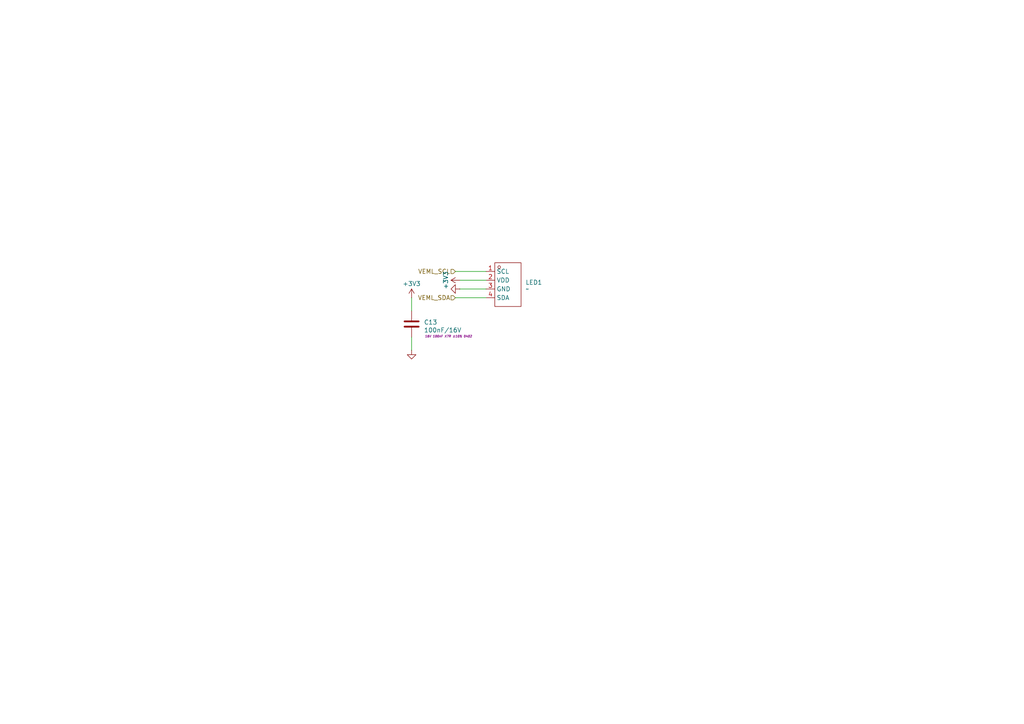
<source format=kicad_sch>
(kicad_sch (version 20250114) (generator "eeschema") (generator_version "9.0")
  (paper "A4")
  (lib_symbols
    (symbol "1-cob-drv:VEML7700-TR"
      (property "Reference" "LED" (at 0 0 0))
      (symbol "VEML7700-TR_1_0"
        (rectangle (start -3.81 -6.35) (end 3.81 6.35))
        (circle (center -2.54 5.08) (radius 0.381))
        (pin unspecified line (at -6.35 3.81 0) (length 2.54) (name "SCL") (number "1"))
        (pin unspecified line (at -6.35 1.27 0) (length 2.54) (name "VDD") (number "2"))
        (pin unspecified line (at -6.35 -1.27 0) (length 2.54) (name "GND") (number "3"))
        (pin unspecified line (at -6.35 -3.81 0) (length 2.54) (name "SDA") (number "4"))
      )
    )
    (symbol "Device:C" (pin_numbers (hide yes)) (pin_names (offset 0.254))
      (property "Reference" "C" (at 0.635 2.54 0))
      (property "Value" "C" (at 0.635 -2.54 0))
      (symbol "C_0_1"
        (polyline (pts (xy -2.032 0.762) (xy 2.032 0.762)) (stroke (width 0.508)))
        (polyline (pts (xy -2.032 -0.762) (xy 2.032 -0.762)) (stroke (width 0.508)))
      )
      (symbol "C_1_1"
        (pin passive line (at 0 3.81 270) (length 2.794) (name "~") (number "1"))
        (pin passive line (at 0 -3.81 90) (length 2.794) (name "~") (number "2"))
      )
    )
    (symbol "power:+3V3" (power) (pin_numbers (hide yes)) (pin_names (offset 0) (hide yes))
      (property "Value" "+3V3" (at 0 3.556 0))
      (symbol "+3V3_0_1"
        (polyline (pts (xy -0.762 1.27) (xy 0 2.54)))
        (polyline (pts (xy 0 2.54) (xy 0.762 1.27)))
        (polyline (pts (xy 0 0) (xy 0 2.54)))
      )
      (symbol "+3V3_1_1"
        (pin power_in line (at 0 0 90) (length 0) (name "~") (number "1"))
      )
    )
    (symbol "power:GND" (power) (pin_numbers (hide yes)) (pin_names (offset 0) (hide yes))
      (property "Value" "GND" (at 0 -3.81 0))
      (symbol "GND_0_1"
        (polyline (pts (xy 0 0) (xy 0 -1.27) (xy 1.27 -1.27) (xy 0 -2.54) (xy -1.27 -1.27) (xy 0 -1.27)))
      )
      (symbol "GND_1_1"
        (pin power_in line (at 0 0 270) (length 0) (name "~") (number "1"))
      )
    )
  )
  (wire (pts (xy 132.08 86.36) (xy 140.97 86.36)))
  (wire (pts (xy 133.35 81.28) (xy 140.97 81.28)))
  (wire (pts (xy 119.38 86.36) (xy 119.38 90.17)))
  (wire (pts (xy 132.08 78.74) (xy 140.97 78.74)))
  (wire (pts (xy 119.38 97.79) (xy 119.38 101.6)))
  (wire (pts (xy 133.35 83.82) (xy 140.97 83.82)))
  (hierarchical_label "VEML_SCL" (shape input) (at 132.08 78.74 180))
  (hierarchical_label "VEML_SDA" (shape input) (at 132.08 86.36 180))
  (symbol (lib_id "power:+3V3") (at 133.35 81.28 90) (unit 1)
    (property "Reference" "#PWR041" (effects (hide yes)))
    (property "Value" "+3V3" (at 129.286 81.28 0))
    (property "Description" "Power symbol creates a global label with name \"+3V3\"" (effects (hide yes)))
  )
  (symbol (lib_id "power:+3V3") (at 119.38 86.36 0) (unit 1)
    (property "Reference" "#PWR039" (effects (hide yes)))
    (property "Value" "+3V3" (at 119.38 82.296 0))
    (property "Description" "Power symbol creates a global label with name \"+3V3\"" (effects (hide yes)))
  )
  (symbol (lib_id "Device:C") (at 119.38 93.98 0) (mirror x) (unit 1)
    (property "Reference" "C13" (at 122.936 93.472 0) (effects (justify left)))
    (property "Value" "100nF/16V" (at 122.936 95.758 0) (effects (justify left)))
    (property "Footprint" "Capacitor_SMD:C_0402_1005Metric" (effects (hide yes)))
    (property "Description" "Unpolarized capacitor" (effects (hide yes)))
    (property "MFR" "Samsung Electro-Mechanics" (effects (hide yes)))
    (property "MFR-PN" "CL05B104KO5NNNC" (effects (hide yes)))
    (property "LCSC PN" "C1525" (effects (hide yes)))
    (property "INFO" "16V 100nF X7R ±10% 0402" (at 130.048 97.536 0) (effects (font (size 0.635 0.635) (bold yes) (italic yes))))
  )
  (symbol (lib_id "power:GND") (at 119.38 101.6 0) (mirror y) (unit 1)
    (property "Reference" "#PWR040" (effects (hide yes)))
    (property "Value" "GND" (effects (hide yes)))
    (property "Description" "Power symbol creates a global label with name \"GND\" , ground" (effects (hide yes)))
  )
  (symbol (lib_id "power:GND") (at 133.35 83.82 270) (mirror x) (unit 1)
    (property "Reference" "#PWR042" (effects (hide yes)))
    (property "Value" "GND" (effects (hide yes)))
    (property "Description" "Power symbol creates a global label with name \"GND\" , ground" (effects (hide yes)))
  )
  (symbol (lib_id "1-cob-drv:VEML7700-TR") (at 147.32 82.55 0) (unit 1)
    (property "Reference" "LED1" (at 152.4 81.9149 0) (effects (justify left)))
    (property "Value" "~" (at 152.4 83.82 0) (effects (justify left)))
    (property "Footprint" "1-COB-MOD:LED-SMD_4P-L6.8-W2.4_VEML7700-TR" (effects (hide yes)))
    (property "Datasheet" "https://atta.szlcsc.com/upload/public/pdf/source/20221116/DEE90B3A4BC655AA35A499F644213E9E.pdf" (effects (hide yes)))
    (property "Description" "Supply Voltage:2.5V~3.6V Supply Voltage:2.5V~3.6V Operating Temperature:-25°C~+85°C Operating Temperature:-25°C~+85°C" (effects (hide yes)))
    (property "Manufacturer Part" "VEML7700-TR" (effects (hide yes)))
    (property "Manufacturer" "VISHAY(威世)" (effects (hide yes)))
    (property "Supplier Part" "C504893" (effects (hide yes)))
    (property "Supplier" "LCSC" (effects (hide yes)))
    (property "LCSC Part Name" "I2C接口的高精度环境光传感器" (effects (hide yes)))
  )
)
</source>
